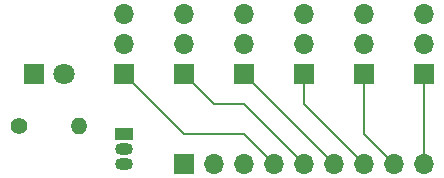
<source format=gbr>
%TF.GenerationSoftware,KiCad,Pcbnew,7.0.11*%
%TF.CreationDate,2024-03-05T22:51:16-06:00*%
%TF.ProjectId,moistureSensorShield,6d6f6973-7475-4726-9553-656e736f7253,0*%
%TF.SameCoordinates,Original*%
%TF.FileFunction,Copper,L2,Bot*%
%TF.FilePolarity,Positive*%
%FSLAX46Y46*%
G04 Gerber Fmt 4.6, Leading zero omitted, Abs format (unit mm)*
G04 Created by KiCad (PCBNEW 7.0.11) date 2024-03-05 22:51:16*
%MOMM*%
%LPD*%
G01*
G04 APERTURE LIST*
%TA.AperFunction,ComponentPad*%
%ADD10O,1.400000X1.400000*%
%TD*%
%TA.AperFunction,ComponentPad*%
%ADD11C,1.400000*%
%TD*%
%TA.AperFunction,ComponentPad*%
%ADD12R,1.800000X1.800000*%
%TD*%
%TA.AperFunction,ComponentPad*%
%ADD13C,1.800000*%
%TD*%
%TA.AperFunction,ComponentPad*%
%ADD14R,1.700000X1.700000*%
%TD*%
%TA.AperFunction,ComponentPad*%
%ADD15O,1.700000X1.700000*%
%TD*%
%TA.AperFunction,ComponentPad*%
%ADD16R,1.500000X1.050000*%
%TD*%
%TA.AperFunction,ComponentPad*%
%ADD17O,1.500000X1.050000*%
%TD*%
%TA.AperFunction,Conductor*%
%ADD18C,0.200000*%
%TD*%
G04 APERTURE END LIST*
D10*
%TO.P,R1,2*%
%TO.N,Net-(J1-Pin_1)*%
X158750000Y-93345000D03*
D11*
%TO.P,R1,1*%
%TO.N,GNDREF*%
X153670000Y-93345000D03*
%TD*%
D12*
%TO.P,D1,1,K*%
%TO.N,GNDREF*%
X154935000Y-88900000D03*
D13*
%TO.P,D1,2,A*%
%TO.N,Net-(D1-A)*%
X157475000Y-88900000D03*
%TD*%
D14*
%TO.P,J7,1,Pin_1*%
%TO.N,Net-(J1-Pin_9)*%
X187960000Y-88900000D03*
D15*
%TO.P,J7,2,Pin_2*%
%TO.N,Net-(D1-A)*%
X187960000Y-86360000D03*
%TO.P,J7,3,Pin_3*%
%TO.N,GNDREF*%
X187960000Y-83820000D03*
%TD*%
D14*
%TO.P,J3,1,Pin_1*%
%TO.N,Net-(J1-Pin_5)*%
X167640000Y-88900000D03*
D15*
%TO.P,J3,2,Pin_2*%
%TO.N,Net-(D1-A)*%
X167640000Y-86360000D03*
%TO.P,J3,3,Pin_3*%
%TO.N,GNDREF*%
X167640000Y-83820000D03*
%TD*%
D16*
%TO.P,Q1,1,E*%
%TO.N,Net-(D1-A)*%
X162560000Y-93980000D03*
D17*
%TO.P,Q1,2,B*%
%TO.N,Net-(J1-Pin_3)*%
X162560000Y-95250000D03*
%TO.P,Q1,3,C*%
%TO.N,Net-(J1-Pin_2)*%
X162560000Y-96520000D03*
%TD*%
D14*
%TO.P,J2,1,Pin_1*%
%TO.N,Net-(J1-Pin_4)*%
X162560000Y-88900000D03*
D15*
%TO.P,J2,2,Pin_2*%
%TO.N,Net-(D1-A)*%
X162560000Y-86360000D03*
%TO.P,J2,3,Pin_3*%
%TO.N,GNDREF*%
X162560000Y-83820000D03*
%TD*%
D14*
%TO.P,J5,1,Pin_1*%
%TO.N,Net-(J1-Pin_7)*%
X177800000Y-88900000D03*
D15*
%TO.P,J5,2,Pin_2*%
%TO.N,Net-(D1-A)*%
X177800000Y-86360000D03*
%TO.P,J5,3,Pin_3*%
%TO.N,GNDREF*%
X177800000Y-83820000D03*
%TD*%
D14*
%TO.P,J1,1,Pin_1*%
%TO.N,Net-(J1-Pin_1)*%
X167640000Y-96520000D03*
D15*
%TO.P,J1,2,Pin_2*%
%TO.N,Net-(J1-Pin_2)*%
X170180000Y-96520000D03*
%TO.P,J1,3,Pin_3*%
%TO.N,Net-(J1-Pin_3)*%
X172720000Y-96520000D03*
%TO.P,J1,4,Pin_4*%
%TO.N,Net-(J1-Pin_4)*%
X175260000Y-96520000D03*
%TO.P,J1,5,Pin_5*%
%TO.N,Net-(J1-Pin_5)*%
X177800000Y-96520000D03*
%TO.P,J1,6,Pin_6*%
%TO.N,Net-(J1-Pin_6)*%
X180340000Y-96520000D03*
%TO.P,J1,7,Pin_7*%
%TO.N,Net-(J1-Pin_7)*%
X182880000Y-96520000D03*
%TO.P,J1,8,Pin_8*%
%TO.N,Net-(J1-Pin_8)*%
X185420000Y-96520000D03*
%TO.P,J1,9,Pin_9*%
%TO.N,Net-(J1-Pin_9)*%
X187960000Y-96520000D03*
%TD*%
D14*
%TO.P,J6,1,Pin_1*%
%TO.N,Net-(J1-Pin_8)*%
X182880000Y-88900000D03*
D15*
%TO.P,J6,2,Pin_2*%
%TO.N,Net-(D1-A)*%
X182880000Y-86360000D03*
%TO.P,J6,3,Pin_3*%
%TO.N,GNDREF*%
X182880000Y-83820000D03*
%TD*%
D14*
%TO.P,J4,1,Pin_1*%
%TO.N,Net-(J1-Pin_6)*%
X172720000Y-88900000D03*
D15*
%TO.P,J4,2,Pin_2*%
%TO.N,Net-(D1-A)*%
X172720000Y-86360000D03*
%TO.P,J4,3,Pin_3*%
%TO.N,GNDREF*%
X172720000Y-83820000D03*
%TD*%
D18*
%TO.N,Net-(J1-Pin_4)*%
X167640000Y-93980000D02*
X172720000Y-93980000D01*
X172720000Y-93980000D02*
X175260000Y-96520000D01*
X162560000Y-88900000D02*
X167640000Y-93980000D01*
%TO.N,Net-(J1-Pin_5)*%
X170180000Y-91440000D02*
X172720000Y-91440000D01*
X167640000Y-88900000D02*
X170180000Y-91440000D01*
X172720000Y-91440000D02*
X177800000Y-96520000D01*
%TO.N,Net-(J1-Pin_6)*%
X172720000Y-88900000D02*
X180340000Y-96520000D01*
%TO.N,Net-(J1-Pin_7)*%
X177800000Y-88900000D02*
X177800000Y-91440000D01*
X177800000Y-91440000D02*
X182880000Y-96520000D01*
%TO.N,Net-(J1-Pin_8)*%
X182880000Y-88900000D02*
X182880000Y-93980000D01*
X182880000Y-93980000D02*
X185420000Y-96520000D01*
%TO.N,Net-(J1-Pin_9)*%
X187960000Y-88900000D02*
X187960000Y-96520000D01*
%TD*%
M02*

</source>
